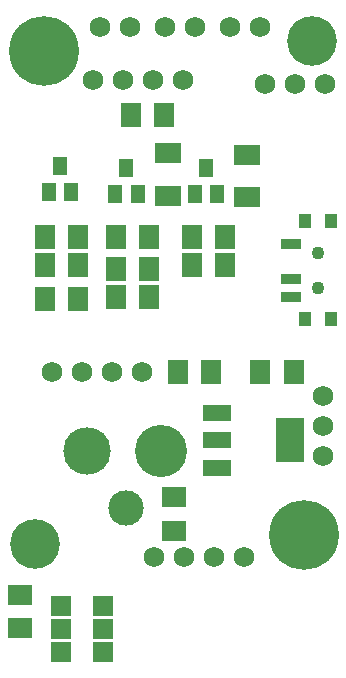
<source format=gbr>
G04 EAGLE Gerber RS-274X export*
G75*
%MOMM*%
%FSLAX34Y34*%
%LPD*%
%INSoldermask Bottom*%
%IPPOS*%
%AMOC8*
5,1,8,0,0,1.08239X$1,22.5*%
G01*
%ADD10C,5.903200*%
%ADD11C,4.203200*%
%ADD12R,2.438400X1.422400*%
%ADD13R,2.403200X3.803200*%
%ADD14R,1.803200X2.006200*%
%ADD15R,2.006200X1.803200*%
%ADD16C,1.727200*%
%ADD17R,1.203200X1.603200*%
%ADD18R,2.303200X1.703200*%
%ADD19R,1.703200X1.703200*%
%ADD20R,1.003200X1.203200*%
%ADD21R,1.703200X0.903200*%
%ADD22C,1.103200*%
%ADD23C,4.419200*%
%ADD24C,4.019200*%
%ADD25C,3.003200*%


D10*
X205000Y875000D03*
X425000Y465000D03*
D11*
X198000Y457000D03*
X432000Y883000D03*
D12*
X351512Y521886D03*
X351512Y545000D03*
X351512Y568114D03*
D13*
X413490Y545000D03*
D14*
X318280Y602500D03*
X346720Y602500D03*
X388280Y602500D03*
X416720Y602500D03*
D15*
X315000Y468280D03*
X315000Y496720D03*
X185000Y414220D03*
X185000Y385780D03*
D16*
X298738Y446184D03*
X324138Y446184D03*
X349538Y446184D03*
X374938Y446184D03*
D14*
X205780Y665000D03*
X234220Y665000D03*
D16*
X441316Y532100D03*
X441316Y557500D03*
X441316Y582900D03*
X211900Y602500D03*
X237300Y602500D03*
X262700Y602500D03*
X288100Y602500D03*
D14*
X265780Y666184D03*
X294220Y666184D03*
D16*
X323100Y850000D03*
X297700Y850000D03*
X272300Y850000D03*
X246900Y850000D03*
D14*
X307220Y820500D03*
X278780Y820500D03*
D16*
X442900Y846316D03*
X417500Y846316D03*
X392100Y846316D03*
D17*
X218684Y777184D03*
X209184Y755184D03*
X228184Y755184D03*
D14*
X205780Y717500D03*
X234220Y717500D03*
X234220Y693684D03*
X205780Y693684D03*
D16*
X332700Y895000D03*
X307300Y895000D03*
X362300Y895000D03*
X387700Y895000D03*
X277700Y895000D03*
X252300Y895000D03*
D17*
X275000Y776000D03*
X265500Y754000D03*
X284500Y754000D03*
D14*
X265780Y717500D03*
X294220Y717500D03*
X294220Y690132D03*
X265780Y690132D03*
D17*
X342500Y776000D03*
X333000Y754000D03*
X352000Y754000D03*
D14*
X330280Y717500D03*
X358720Y717500D03*
X358720Y693500D03*
X330280Y693500D03*
D18*
X310000Y752000D03*
X310000Y788000D03*
X377500Y750949D03*
X377500Y786949D03*
D19*
X255000Y405000D03*
X220000Y405000D03*
X220000Y385000D03*
X220000Y366000D03*
X255000Y385000D03*
X255000Y366000D03*
D20*
X426000Y730500D03*
X448000Y730500D03*
X448000Y647500D03*
X426000Y647500D03*
D21*
X414500Y711500D03*
X414500Y681500D03*
X414500Y666500D03*
D22*
X437000Y704000D03*
X437000Y674000D03*
D23*
X303975Y536137D03*
D24*
X241475Y536137D03*
D25*
X274975Y488137D03*
M02*

</source>
